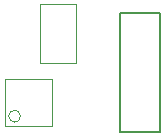
<source format=gbr>
%TF.GenerationSoftware,Altium Limited,Altium Designer,21.3.2 (30)*%
G04 Layer_Color=16711935*
%FSLAX26Y26*%
%MOIN*%
%TF.SameCoordinates,7249F2FC-C291-4BAF-AEBD-B68F3D0C2602*%
%TF.FilePolarity,Positive*%
%TF.FileFunction,Other,Mechanical_13*%
%TF.Part,Single*%
G01*
G75*
%TA.AperFunction,NonConductor*%
%ADD24C,0.007874*%
%ADD26C,0.003937*%
D24*
X4034740Y2828354D02*
X4168598D01*
Y3222055D01*
X4034740D02*
X4168598D01*
X4034740Y2828354D02*
Y3222055D01*
D26*
X3704409Y2879724D02*
G03*
X3704409Y2879724I-19685J0D01*
G01*
X3770945Y3253425D02*
X3889055D01*
X3770945Y3056575D02*
Y3253425D01*
Y3056575D02*
X3889055D01*
Y3253425D01*
X3808740Y2846260D02*
Y3003740D01*
X3651260Y2846260D02*
Y3003740D01*
X3808740D01*
X3651260Y2846260D02*
X3808740D01*
%TF.MD5,5fc40fa514c27320af1912fe85e34317*%
M02*

</source>
